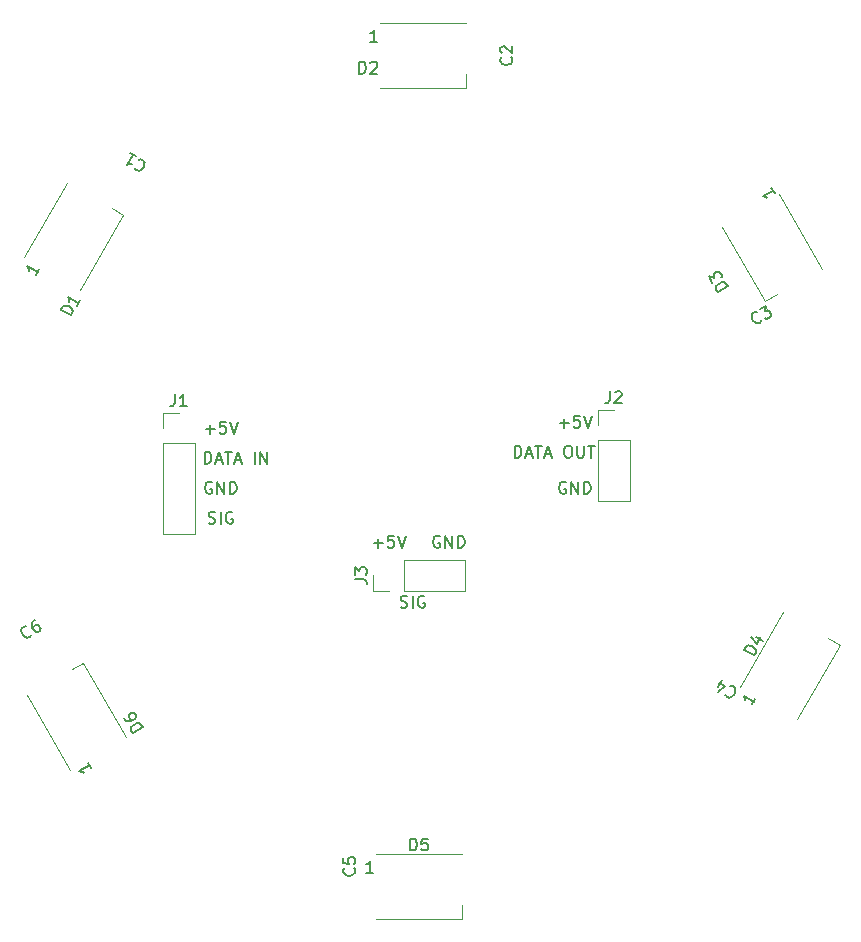
<source format=gbr>
%TF.GenerationSoftware,KiCad,Pcbnew,(6.0.4)*%
%TF.CreationDate,2022-04-25T15:33:24+02:00*%
%TF.ProjectId,HEX_PCB,4845585f-5043-4422-9e6b-696361645f70,rev?*%
%TF.SameCoordinates,Original*%
%TF.FileFunction,Legend,Top*%
%TF.FilePolarity,Positive*%
%FSLAX46Y46*%
G04 Gerber Fmt 4.6, Leading zero omitted, Abs format (unit mm)*
G04 Created by KiCad (PCBNEW (6.0.4)) date 2022-04-25 15:33:24*
%MOMM*%
%LPD*%
G01*
G04 APERTURE LIST*
%ADD10C,0.150000*%
%ADD11C,0.120000*%
G04 APERTURE END LIST*
D10*
X114046095Y-115324000D02*
X113950857Y-115276380D01*
X113808000Y-115276380D01*
X113665142Y-115324000D01*
X113569904Y-115419238D01*
X113522285Y-115514476D01*
X113474666Y-115704952D01*
X113474666Y-115847809D01*
X113522285Y-116038285D01*
X113569904Y-116133523D01*
X113665142Y-116228761D01*
X113808000Y-116276380D01*
X113903238Y-116276380D01*
X114046095Y-116228761D01*
X114093714Y-116181142D01*
X114093714Y-115847809D01*
X113903238Y-115847809D01*
X114522285Y-116276380D02*
X114522285Y-115276380D01*
X115093714Y-116276380D01*
X115093714Y-115276380D01*
X115569904Y-116276380D02*
X115569904Y-115276380D01*
X115808000Y-115276380D01*
X115950857Y-115324000D01*
X116046095Y-115419238D01*
X116093714Y-115514476D01*
X116141333Y-115704952D01*
X116141333Y-115847809D01*
X116093714Y-116038285D01*
X116046095Y-116133523D01*
X115950857Y-116228761D01*
X115808000Y-116276380D01*
X115569904Y-116276380D01*
X109720476Y-113228380D02*
X109720476Y-112228380D01*
X109958571Y-112228380D01*
X110101428Y-112276000D01*
X110196666Y-112371238D01*
X110244285Y-112466476D01*
X110291904Y-112656952D01*
X110291904Y-112799809D01*
X110244285Y-112990285D01*
X110196666Y-113085523D01*
X110101428Y-113180761D01*
X109958571Y-113228380D01*
X109720476Y-113228380D01*
X110672857Y-112942666D02*
X111149047Y-112942666D01*
X110577619Y-113228380D02*
X110910952Y-112228380D01*
X111244285Y-113228380D01*
X111434761Y-112228380D02*
X112006190Y-112228380D01*
X111720476Y-113228380D02*
X111720476Y-112228380D01*
X112291904Y-112942666D02*
X112768095Y-112942666D01*
X112196666Y-113228380D02*
X112530000Y-112228380D01*
X112863333Y-113228380D01*
X114149047Y-112228380D02*
X114339523Y-112228380D01*
X114434761Y-112276000D01*
X114530000Y-112371238D01*
X114577619Y-112561714D01*
X114577619Y-112895047D01*
X114530000Y-113085523D01*
X114434761Y-113180761D01*
X114339523Y-113228380D01*
X114149047Y-113228380D01*
X114053809Y-113180761D01*
X113958571Y-113085523D01*
X113910952Y-112895047D01*
X113910952Y-112561714D01*
X113958571Y-112371238D01*
X114053809Y-112276000D01*
X114149047Y-112228380D01*
X115006190Y-112228380D02*
X115006190Y-113037904D01*
X115053809Y-113133142D01*
X115101428Y-113180761D01*
X115196666Y-113228380D01*
X115387142Y-113228380D01*
X115482380Y-113180761D01*
X115530000Y-113133142D01*
X115577619Y-113037904D01*
X115577619Y-112228380D01*
X115910952Y-112228380D02*
X116482380Y-112228380D01*
X116196666Y-113228380D02*
X116196666Y-112228380D01*
X100068190Y-125880761D02*
X100211047Y-125928380D01*
X100449142Y-125928380D01*
X100544380Y-125880761D01*
X100592000Y-125833142D01*
X100639619Y-125737904D01*
X100639619Y-125642666D01*
X100592000Y-125547428D01*
X100544380Y-125499809D01*
X100449142Y-125452190D01*
X100258666Y-125404571D01*
X100163428Y-125356952D01*
X100115809Y-125309333D01*
X100068190Y-125214095D01*
X100068190Y-125118857D01*
X100115809Y-125023619D01*
X100163428Y-124976000D01*
X100258666Y-124928380D01*
X100496761Y-124928380D01*
X100639619Y-124976000D01*
X101068190Y-125928380D02*
X101068190Y-124928380D01*
X102068190Y-124976000D02*
X101972952Y-124928380D01*
X101830095Y-124928380D01*
X101687238Y-124976000D01*
X101592000Y-125071238D01*
X101544380Y-125166476D01*
X101496761Y-125356952D01*
X101496761Y-125499809D01*
X101544380Y-125690285D01*
X101592000Y-125785523D01*
X101687238Y-125880761D01*
X101830095Y-125928380D01*
X101925333Y-125928380D01*
X102068190Y-125880761D01*
X102115809Y-125833142D01*
X102115809Y-125499809D01*
X101925333Y-125499809D01*
X103378095Y-119896000D02*
X103282857Y-119848380D01*
X103140000Y-119848380D01*
X102997142Y-119896000D01*
X102901904Y-119991238D01*
X102854285Y-120086476D01*
X102806666Y-120276952D01*
X102806666Y-120419809D01*
X102854285Y-120610285D01*
X102901904Y-120705523D01*
X102997142Y-120800761D01*
X103140000Y-120848380D01*
X103235238Y-120848380D01*
X103378095Y-120800761D01*
X103425714Y-120753142D01*
X103425714Y-120419809D01*
X103235238Y-120419809D01*
X103854285Y-120848380D02*
X103854285Y-119848380D01*
X104425714Y-120848380D01*
X104425714Y-119848380D01*
X104901904Y-120848380D02*
X104901904Y-119848380D01*
X105140000Y-119848380D01*
X105282857Y-119896000D01*
X105378095Y-119991238D01*
X105425714Y-120086476D01*
X105473333Y-120276952D01*
X105473333Y-120419809D01*
X105425714Y-120610285D01*
X105378095Y-120705523D01*
X105282857Y-120800761D01*
X105140000Y-120848380D01*
X104901904Y-120848380D01*
X113522285Y-110307428D02*
X114284190Y-110307428D01*
X113903238Y-110688380D02*
X113903238Y-109926476D01*
X115236571Y-109688380D02*
X114760380Y-109688380D01*
X114712761Y-110164571D01*
X114760380Y-110116952D01*
X114855619Y-110069333D01*
X115093714Y-110069333D01*
X115188952Y-110116952D01*
X115236571Y-110164571D01*
X115284190Y-110259809D01*
X115284190Y-110497904D01*
X115236571Y-110593142D01*
X115188952Y-110640761D01*
X115093714Y-110688380D01*
X114855619Y-110688380D01*
X114760380Y-110640761D01*
X114712761Y-110593142D01*
X115569904Y-109688380D02*
X115903238Y-110688380D01*
X116236571Y-109688380D01*
X83463142Y-113736380D02*
X83463142Y-112736380D01*
X83701238Y-112736380D01*
X83844095Y-112784000D01*
X83939333Y-112879238D01*
X83986952Y-112974476D01*
X84034571Y-113164952D01*
X84034571Y-113307809D01*
X83986952Y-113498285D01*
X83939333Y-113593523D01*
X83844095Y-113688761D01*
X83701238Y-113736380D01*
X83463142Y-113736380D01*
X84415523Y-113450666D02*
X84891714Y-113450666D01*
X84320285Y-113736380D02*
X84653619Y-112736380D01*
X84986952Y-113736380D01*
X85177428Y-112736380D02*
X85748857Y-112736380D01*
X85463142Y-113736380D02*
X85463142Y-112736380D01*
X86034571Y-113450666D02*
X86510761Y-113450666D01*
X85939333Y-113736380D02*
X86272666Y-112736380D01*
X86606000Y-113736380D01*
X87701238Y-113736380D02*
X87701238Y-112736380D01*
X88177428Y-113736380D02*
X88177428Y-112736380D01*
X88748857Y-113736380D01*
X88748857Y-112736380D01*
X83550285Y-110815428D02*
X84312190Y-110815428D01*
X83931238Y-111196380D02*
X83931238Y-110434476D01*
X85264571Y-110196380D02*
X84788380Y-110196380D01*
X84740761Y-110672571D01*
X84788380Y-110624952D01*
X84883619Y-110577333D01*
X85121714Y-110577333D01*
X85216952Y-110624952D01*
X85264571Y-110672571D01*
X85312190Y-110767809D01*
X85312190Y-111005904D01*
X85264571Y-111101142D01*
X85216952Y-111148761D01*
X85121714Y-111196380D01*
X84883619Y-111196380D01*
X84788380Y-111148761D01*
X84740761Y-111101142D01*
X85597904Y-110196380D02*
X85931238Y-111196380D01*
X86264571Y-110196380D01*
X100068190Y-125880761D02*
X100211047Y-125928380D01*
X100449142Y-125928380D01*
X100544380Y-125880761D01*
X100592000Y-125833142D01*
X100639619Y-125737904D01*
X100639619Y-125642666D01*
X100592000Y-125547428D01*
X100544380Y-125499809D01*
X100449142Y-125452190D01*
X100258666Y-125404571D01*
X100163428Y-125356952D01*
X100115809Y-125309333D01*
X100068190Y-125214095D01*
X100068190Y-125118857D01*
X100115809Y-125023619D01*
X100163428Y-124976000D01*
X100258666Y-124928380D01*
X100496761Y-124928380D01*
X100639619Y-124976000D01*
X101068190Y-125928380D02*
X101068190Y-124928380D01*
X102068190Y-124976000D02*
X101972952Y-124928380D01*
X101830095Y-124928380D01*
X101687238Y-124976000D01*
X101592000Y-125071238D01*
X101544380Y-125166476D01*
X101496761Y-125356952D01*
X101496761Y-125499809D01*
X101544380Y-125690285D01*
X101592000Y-125785523D01*
X101687238Y-125880761D01*
X101830095Y-125928380D01*
X101925333Y-125928380D01*
X102068190Y-125880761D01*
X102115809Y-125833142D01*
X102115809Y-125499809D01*
X101925333Y-125499809D01*
X83812190Y-118768761D02*
X83955047Y-118816380D01*
X84193142Y-118816380D01*
X84288380Y-118768761D01*
X84336000Y-118721142D01*
X84383619Y-118625904D01*
X84383619Y-118530666D01*
X84336000Y-118435428D01*
X84288380Y-118387809D01*
X84193142Y-118340190D01*
X84002666Y-118292571D01*
X83907428Y-118244952D01*
X83859809Y-118197333D01*
X83812190Y-118102095D01*
X83812190Y-118006857D01*
X83859809Y-117911619D01*
X83907428Y-117864000D01*
X84002666Y-117816380D01*
X84240761Y-117816380D01*
X84383619Y-117864000D01*
X84812190Y-118816380D02*
X84812190Y-117816380D01*
X85812190Y-117864000D02*
X85716952Y-117816380D01*
X85574095Y-117816380D01*
X85431238Y-117864000D01*
X85336000Y-117959238D01*
X85288380Y-118054476D01*
X85240761Y-118244952D01*
X85240761Y-118387809D01*
X85288380Y-118578285D01*
X85336000Y-118673523D01*
X85431238Y-118768761D01*
X85574095Y-118816380D01*
X85669333Y-118816380D01*
X85812190Y-118768761D01*
X85859809Y-118721142D01*
X85859809Y-118387809D01*
X85669333Y-118387809D01*
X84074095Y-115324000D02*
X83978857Y-115276380D01*
X83836000Y-115276380D01*
X83693142Y-115324000D01*
X83597904Y-115419238D01*
X83550285Y-115514476D01*
X83502666Y-115704952D01*
X83502666Y-115847809D01*
X83550285Y-116038285D01*
X83597904Y-116133523D01*
X83693142Y-116228761D01*
X83836000Y-116276380D01*
X83931238Y-116276380D01*
X84074095Y-116228761D01*
X84121714Y-116181142D01*
X84121714Y-115847809D01*
X83931238Y-115847809D01*
X84550285Y-116276380D02*
X84550285Y-115276380D01*
X85121714Y-116276380D01*
X85121714Y-115276380D01*
X85597904Y-116276380D02*
X85597904Y-115276380D01*
X85836000Y-115276380D01*
X85978857Y-115324000D01*
X86074095Y-115419238D01*
X86121714Y-115514476D01*
X86169333Y-115704952D01*
X86169333Y-115847809D01*
X86121714Y-116038285D01*
X86074095Y-116133523D01*
X85978857Y-116228761D01*
X85836000Y-116276380D01*
X85597904Y-116276380D01*
X97774285Y-120467428D02*
X98536190Y-120467428D01*
X98155238Y-120848380D02*
X98155238Y-120086476D01*
X99488571Y-119848380D02*
X99012380Y-119848380D01*
X98964761Y-120324571D01*
X99012380Y-120276952D01*
X99107619Y-120229333D01*
X99345714Y-120229333D01*
X99440952Y-120276952D01*
X99488571Y-120324571D01*
X99536190Y-120419809D01*
X99536190Y-120657904D01*
X99488571Y-120753142D01*
X99440952Y-120800761D01*
X99345714Y-120848380D01*
X99107619Y-120848380D01*
X99012380Y-120800761D01*
X98964761Y-120753142D01*
X99821904Y-119848380D02*
X100155238Y-120848380D01*
X100488571Y-119848380D01*
%TO.C,C1*%
X77946603Y-87990245D02*
X78011652Y-87972815D01*
X78159180Y-88003005D01*
X78241658Y-88050624D01*
X78341567Y-88163291D01*
X78376426Y-88293389D01*
X78370047Y-88399677D01*
X78316048Y-88588444D01*
X78244619Y-88712162D01*
X78108142Y-88853310D01*
X78019283Y-88911979D01*
X77889186Y-88946838D01*
X77741658Y-88916649D01*
X77659180Y-88869030D01*
X77559271Y-88756362D01*
X77541842Y-88691313D01*
X77169436Y-87431576D02*
X77664308Y-87717290D01*
X77416872Y-87574433D02*
X76916872Y-88440459D01*
X77070779Y-88364360D01*
X77200877Y-88329500D01*
X77307165Y-88335880D01*
%TO.C,D3*%
X127760821Y-98711018D02*
X126894795Y-99211018D01*
X126775747Y-99004822D01*
X126745558Y-98857294D01*
X126780418Y-98727197D01*
X126839087Y-98638338D01*
X126980235Y-98501861D01*
X127103952Y-98430432D01*
X127292719Y-98376434D01*
X127399007Y-98370054D01*
X127529105Y-98404913D01*
X127641773Y-98504822D01*
X127760821Y-98711018D01*
X126442414Y-98427471D02*
X126132890Y-97891360D01*
X126629471Y-97989559D01*
X126558043Y-97865842D01*
X126551663Y-97759553D01*
X126569093Y-97694505D01*
X126627762Y-97605646D01*
X126833959Y-97486599D01*
X126940247Y-97480219D01*
X127005295Y-97497649D01*
X127094154Y-97556318D01*
X127237011Y-97803754D01*
X127243391Y-97910042D01*
X127225961Y-97975091D01*
X131435039Y-90368606D02*
X131720753Y-90863478D01*
X131577896Y-90616042D02*
X130711870Y-91116042D01*
X130883207Y-91127092D01*
X131013305Y-91161952D01*
X131102163Y-91220621D01*
%TO.C,C4*%
X127960351Y-132591127D02*
X128025400Y-132573697D01*
X128172928Y-132603887D01*
X128255406Y-132651506D01*
X128355315Y-132764173D01*
X128390174Y-132894271D01*
X128383795Y-133000559D01*
X128329796Y-133189326D01*
X128258367Y-133313044D01*
X128121890Y-133454192D01*
X128033031Y-133512861D01*
X127902934Y-133547720D01*
X127755406Y-133517531D01*
X127672928Y-133469912D01*
X127573019Y-133357244D01*
X127555590Y-133292195D01*
X126932330Y-132657427D02*
X127265663Y-132080077D01*
X126948050Y-133106389D02*
X127511389Y-132606847D01*
X126975278Y-132297324D01*
%TO.C,J3*%
X96182380Y-123523333D02*
X96896666Y-123523333D01*
X97039523Y-123570952D01*
X97134761Y-123666190D01*
X97182380Y-123809047D01*
X97182380Y-123904285D01*
X96182380Y-123142380D02*
X96182380Y-122523333D01*
X96563333Y-122856666D01*
X96563333Y-122713809D01*
X96610952Y-122618571D01*
X96658571Y-122570952D01*
X96753809Y-122523333D01*
X96991904Y-122523333D01*
X97087142Y-122570952D01*
X97134761Y-122618571D01*
X97182380Y-122713809D01*
X97182380Y-122999523D01*
X97134761Y-123094761D01*
X97087142Y-123142380D01*
%TO.C,D4*%
X130016995Y-129977161D02*
X129150970Y-129477161D01*
X129270017Y-129270965D01*
X129382685Y-129171056D01*
X129512783Y-129136197D01*
X129619071Y-129142576D01*
X129807838Y-129196575D01*
X129931556Y-129268004D01*
X130072704Y-129404481D01*
X130131373Y-129493340D01*
X130166232Y-129623437D01*
X130136043Y-129770965D01*
X130016995Y-129977161D01*
X130153931Y-128406649D02*
X130731281Y-128739982D01*
X129704969Y-128422369D02*
X130204511Y-128985708D01*
X130514034Y-128449597D01*
X130099348Y-133634521D02*
X129813634Y-134129393D01*
X129956491Y-133881957D02*
X129090465Y-133381957D01*
X129166564Y-133535864D01*
X129201424Y-133665962D01*
X129195044Y-133772250D01*
%TO.C,C2*%
X109413142Y-79338666D02*
X109460761Y-79386285D01*
X109508380Y-79529142D01*
X109508380Y-79624380D01*
X109460761Y-79767238D01*
X109365523Y-79862476D01*
X109270285Y-79910095D01*
X109079809Y-79957714D01*
X108936952Y-79957714D01*
X108746476Y-79910095D01*
X108651238Y-79862476D01*
X108556000Y-79767238D01*
X108508380Y-79624380D01*
X108508380Y-79529142D01*
X108556000Y-79386285D01*
X108603619Y-79338666D01*
X108603619Y-78957714D02*
X108556000Y-78910095D01*
X108508380Y-78814857D01*
X108508380Y-78576761D01*
X108556000Y-78481523D01*
X108603619Y-78433904D01*
X108698857Y-78386285D01*
X108794095Y-78386285D01*
X108936952Y-78433904D01*
X109508380Y-79005333D01*
X109508380Y-78386285D01*
%TO.C,J1*%
X80946666Y-107866380D02*
X80946666Y-108580666D01*
X80899047Y-108723523D01*
X80803809Y-108818761D01*
X80660952Y-108866380D01*
X80565714Y-108866380D01*
X81946666Y-108866380D02*
X81375238Y-108866380D01*
X81660952Y-108866380D02*
X81660952Y-107866380D01*
X81565714Y-108009238D01*
X81470476Y-108104476D01*
X81375238Y-108152095D01*
%TO.C,D5*%
X100861904Y-146482380D02*
X100861904Y-145482380D01*
X101100000Y-145482380D01*
X101242857Y-145530000D01*
X101338095Y-145625238D01*
X101385714Y-145720476D01*
X101433333Y-145910952D01*
X101433333Y-146053809D01*
X101385714Y-146244285D01*
X101338095Y-146339523D01*
X101242857Y-146434761D01*
X101100000Y-146482380D01*
X100861904Y-146482380D01*
X102338095Y-145482380D02*
X101861904Y-145482380D01*
X101814285Y-145958571D01*
X101861904Y-145910952D01*
X101957142Y-145863333D01*
X102195238Y-145863333D01*
X102290476Y-145910952D01*
X102338095Y-145958571D01*
X102385714Y-146053809D01*
X102385714Y-146291904D01*
X102338095Y-146387142D01*
X102290476Y-146434761D01*
X102195238Y-146482380D01*
X101957142Y-146482380D01*
X101861904Y-146434761D01*
X101814285Y-146387142D01*
X97735714Y-148382380D02*
X97164285Y-148382380D01*
X97450000Y-148382380D02*
X97450000Y-147382380D01*
X97354761Y-147525238D01*
X97259523Y-147620476D01*
X97164285Y-147668095D01*
%TO.C,C5*%
X96115142Y-147994666D02*
X96162761Y-148042285D01*
X96210380Y-148185142D01*
X96210380Y-148280380D01*
X96162761Y-148423238D01*
X96067523Y-148518476D01*
X95972285Y-148566095D01*
X95781809Y-148613714D01*
X95638952Y-148613714D01*
X95448476Y-148566095D01*
X95353238Y-148518476D01*
X95258000Y-148423238D01*
X95210380Y-148280380D01*
X95210380Y-148185142D01*
X95258000Y-148042285D01*
X95305619Y-147994666D01*
X95210380Y-147089904D02*
X95210380Y-147566095D01*
X95686571Y-147613714D01*
X95638952Y-147566095D01*
X95591333Y-147470857D01*
X95591333Y-147232761D01*
X95638952Y-147137523D01*
X95686571Y-147089904D01*
X95781809Y-147042285D01*
X96019904Y-147042285D01*
X96115142Y-147089904D01*
X96162761Y-147137523D01*
X96210380Y-147232761D01*
X96210380Y-147470857D01*
X96162761Y-147566095D01*
X96115142Y-147613714D01*
%TO.C,D6*%
X78230821Y-136049018D02*
X77364795Y-136549018D01*
X77245747Y-136342822D01*
X77215558Y-136195294D01*
X77250418Y-136065197D01*
X77309087Y-135976338D01*
X77450235Y-135839861D01*
X77573952Y-135768432D01*
X77762719Y-135714434D01*
X77869007Y-135708054D01*
X77999105Y-135742913D01*
X78111773Y-135842822D01*
X78230821Y-136049018D01*
X76650509Y-135311839D02*
X76745747Y-135476796D01*
X76834606Y-135535465D01*
X76899655Y-135552895D01*
X77070992Y-135563945D01*
X77259758Y-135509946D01*
X77589673Y-135319470D01*
X77648342Y-135230612D01*
X77665772Y-135165563D01*
X77659392Y-135059275D01*
X77564154Y-134894318D01*
X77475295Y-134835649D01*
X77410247Y-134818219D01*
X77303959Y-134824599D01*
X77097762Y-134943646D01*
X77039093Y-135032505D01*
X77021663Y-135097553D01*
X77028043Y-135203842D01*
X77123281Y-135368799D01*
X77212139Y-135427468D01*
X77277188Y-135444898D01*
X77383476Y-135438518D01*
X73582275Y-139048378D02*
X73867989Y-139543250D01*
X73725132Y-139295814D02*
X72859106Y-139795814D01*
X73030443Y-139806864D01*
X73160541Y-139841724D01*
X73249399Y-139900393D01*
%TO.C,C3*%
X130615956Y-101611628D02*
X130598527Y-101676676D01*
X130498618Y-101789344D01*
X130416140Y-101836963D01*
X130268612Y-101867153D01*
X130138514Y-101832293D01*
X130049656Y-101773624D01*
X129913179Y-101632476D01*
X129841750Y-101508758D01*
X129787751Y-101319992D01*
X129781372Y-101213704D01*
X129816231Y-101083606D01*
X129916140Y-100970938D01*
X129998618Y-100923319D01*
X130146146Y-100893130D01*
X130211194Y-100910559D01*
X130452251Y-100661414D02*
X130988362Y-100351890D01*
X130890163Y-100848471D01*
X131013880Y-100777043D01*
X131120169Y-100770663D01*
X131185217Y-100788093D01*
X131274076Y-100846762D01*
X131393123Y-101052959D01*
X131399503Y-101159247D01*
X131382073Y-101224295D01*
X131323404Y-101313154D01*
X131075968Y-101456011D01*
X130969680Y-101462391D01*
X130904631Y-101444961D01*
%TO.C,J2*%
X117776666Y-107612380D02*
X117776666Y-108326666D01*
X117729047Y-108469523D01*
X117633809Y-108564761D01*
X117490952Y-108612380D01*
X117395714Y-108612380D01*
X118205238Y-107707619D02*
X118252857Y-107660000D01*
X118348095Y-107612380D01*
X118586190Y-107612380D01*
X118681428Y-107660000D01*
X118729047Y-107707619D01*
X118776666Y-107802857D01*
X118776666Y-107898095D01*
X118729047Y-108040952D01*
X118157619Y-108612380D01*
X118776666Y-108612380D01*
%TO.C,D1*%
X72158726Y-101195399D02*
X71292701Y-100695399D01*
X71411748Y-100489203D01*
X71524416Y-100389294D01*
X71654514Y-100354435D01*
X71760802Y-100360814D01*
X71949569Y-100414813D01*
X72073287Y-100486242D01*
X72214435Y-100622719D01*
X72273104Y-100711578D01*
X72307963Y-100841675D01*
X72277774Y-100989203D01*
X72158726Y-101195399D01*
X72920631Y-99875741D02*
X72634917Y-100370613D01*
X72777774Y-100123177D02*
X71911748Y-99623177D01*
X71987847Y-99777084D01*
X72022707Y-99907182D01*
X72016327Y-100013470D01*
X69463989Y-97260759D02*
X69178275Y-97755631D01*
X69321132Y-97508195D02*
X68455106Y-97008195D01*
X68531205Y-97162102D01*
X68566065Y-97292200D01*
X68559685Y-97398488D01*
%TO.C,D2*%
X96543904Y-80716380D02*
X96543904Y-79716380D01*
X96782000Y-79716380D01*
X96924857Y-79764000D01*
X97020095Y-79859238D01*
X97067714Y-79954476D01*
X97115333Y-80144952D01*
X97115333Y-80287809D01*
X97067714Y-80478285D01*
X97020095Y-80573523D01*
X96924857Y-80668761D01*
X96782000Y-80716380D01*
X96543904Y-80716380D01*
X97496285Y-79811619D02*
X97543904Y-79764000D01*
X97639142Y-79716380D01*
X97877238Y-79716380D01*
X97972476Y-79764000D01*
X98020095Y-79811619D01*
X98067714Y-79906857D01*
X98067714Y-80002095D01*
X98020095Y-80144952D01*
X97448666Y-80716380D01*
X98067714Y-80716380D01*
X98079714Y-78024380D02*
X97508285Y-78024380D01*
X97794000Y-78024380D02*
X97794000Y-77024380D01*
X97698761Y-77167238D01*
X97603523Y-77262476D01*
X97508285Y-77310095D01*
%TO.C,C6*%
X68786012Y-128220335D02*
X68768583Y-128285383D01*
X68668674Y-128398051D01*
X68586196Y-128445670D01*
X68438668Y-128475860D01*
X68308570Y-128441000D01*
X68219712Y-128382331D01*
X68083235Y-128241183D01*
X68011806Y-128117465D01*
X67957807Y-127928699D01*
X67951428Y-127822411D01*
X67986287Y-127692313D01*
X68086196Y-127579645D01*
X68168674Y-127532026D01*
X68316202Y-127501837D01*
X68381250Y-127519266D01*
X69075939Y-127008216D02*
X68910982Y-127103454D01*
X68852313Y-127192313D01*
X68834883Y-127257362D01*
X68823833Y-127428699D01*
X68877832Y-127617465D01*
X69068308Y-127947380D01*
X69157166Y-128006049D01*
X69222215Y-128023479D01*
X69328503Y-128017099D01*
X69493460Y-127921861D01*
X69552129Y-127833002D01*
X69569559Y-127767954D01*
X69563179Y-127661666D01*
X69444132Y-127455469D01*
X69355273Y-127396800D01*
X69290225Y-127379370D01*
X69183936Y-127385750D01*
X69018979Y-127480988D01*
X68960310Y-127569846D01*
X68942880Y-127634895D01*
X68949260Y-127741183D01*
D11*
%TO.C,D3*%
X132057929Y-90916245D02*
X135707929Y-97238231D01*
X127294789Y-93666245D02*
X130944789Y-99988231D01*
X130944789Y-99988231D02*
X131940718Y-99413231D01*
%TO.C,J3*%
X100330000Y-121860000D02*
X105470000Y-121860000D01*
X100330000Y-124520000D02*
X100330000Y-121860000D01*
X99060000Y-124520000D02*
X97730000Y-124520000D01*
X105470000Y-124520000D02*
X105470000Y-121860000D01*
X97730000Y-124520000D02*
X97730000Y-123190000D01*
X100330000Y-124520000D02*
X105470000Y-124520000D01*
%TO.C,D4*%
X133581929Y-135397755D02*
X137231929Y-129075769D01*
X137231929Y-129075769D02*
X136236000Y-128500769D01*
X128818789Y-132647755D02*
X132468789Y-126325769D01*
%TO.C,J1*%
X79950000Y-112014000D02*
X82610000Y-112014000D01*
X79950000Y-119694000D02*
X82610000Y-119694000D01*
X79950000Y-109414000D02*
X81280000Y-109414000D01*
X79950000Y-112014000D02*
X79950000Y-119694000D01*
X79950000Y-110744000D02*
X79950000Y-109414000D01*
X82610000Y-112014000D02*
X82610000Y-119694000D01*
%TO.C,D5*%
X97950000Y-146780000D02*
X105250000Y-146780000D01*
X97950000Y-152280000D02*
X105250000Y-152280000D01*
X105250000Y-152280000D02*
X105250000Y-151130000D01*
%TO.C,D6*%
X72087430Y-139663993D02*
X68437430Y-133342007D01*
X73200570Y-130592007D02*
X72204641Y-131167007D01*
X76850570Y-136913993D02*
X73200570Y-130592007D01*
%TO.C,J2*%
X116780000Y-110490000D02*
X116780000Y-109160000D01*
X119440000Y-111760000D02*
X119440000Y-116900000D01*
X116780000Y-111760000D02*
X119440000Y-111760000D01*
X116780000Y-111760000D02*
X116780000Y-116900000D01*
X116780000Y-116900000D02*
X119440000Y-116900000D01*
X116780000Y-109160000D02*
X118110000Y-109160000D01*
%TO.C,D1*%
X68183430Y-96273993D02*
X71833430Y-89952007D01*
X76596570Y-92702007D02*
X75600641Y-92127007D01*
X72946570Y-99023993D02*
X76596570Y-92702007D01*
%TO.C,D2*%
X98294000Y-81922000D02*
X105594000Y-81922000D01*
X105594000Y-81922000D02*
X105594000Y-80772000D01*
X98294000Y-76422000D02*
X105594000Y-76422000D01*
%TD*%
M02*

</source>
